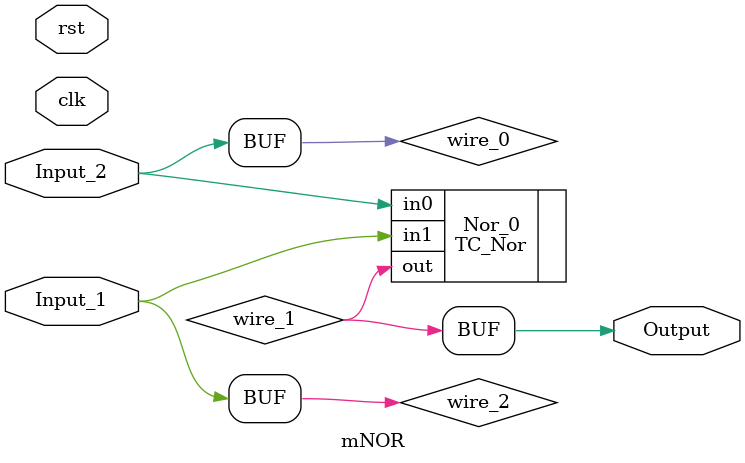
<source format=v>
module mNOR (clk, rst, Input_1, Input_2, Output);
  parameter UUID = 0;
  parameter NAME = "";
  input wire clk;
  input wire rst;

  input  wire [0:0] Input_1;
  input  wire [0:0] Input_2;
  output  wire [0:0] Output;

  TC_Nor # (.UUID(64'd2282639645650429114 ^ UUID), .BIT_WIDTH(64'd1)) Nor_0 (.in0(wire_0), .in1(wire_2), .out(wire_1));
  TC_Constant # (.UUID(64'd1283998494145581654 ^ UUID), .BIT_WIDTH(64'd1), .value(1'd0)) Off_1 (.out());

  wire [0:0] wire_0;
  assign wire_0 = Input_2;
  wire [0:0] wire_1;
  assign Output = wire_1;
  wire [0:0] wire_2;
  assign wire_2 = Input_1;

endmodule

</source>
